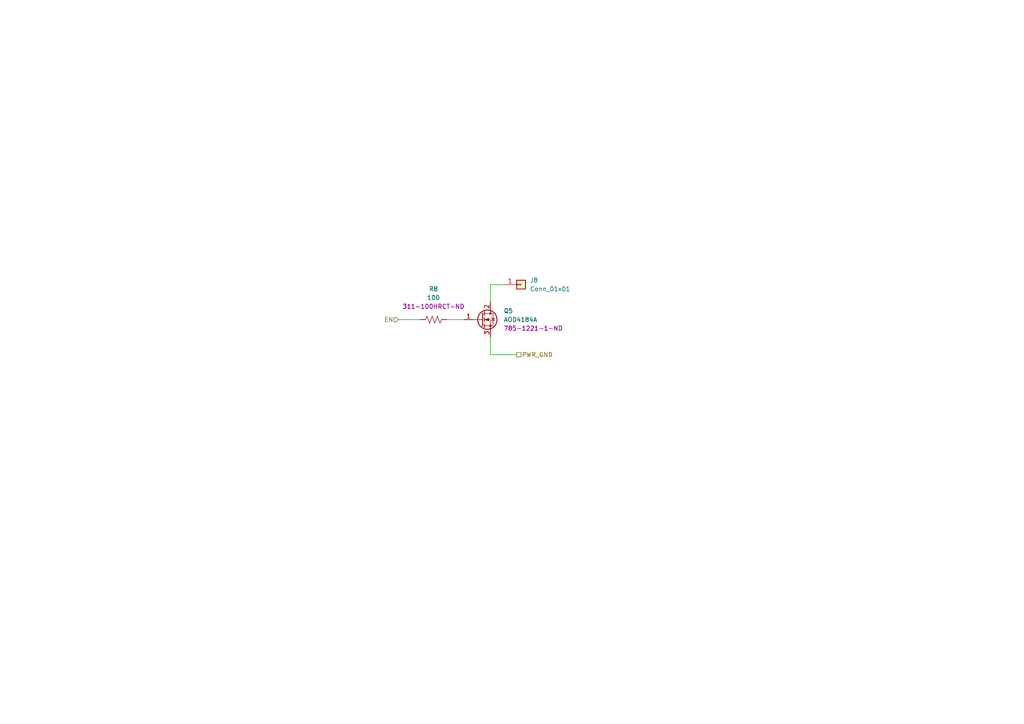
<source format=kicad_sch>
(kicad_sch (version 20211123) (generator eeschema)

  (uuid 0b41f2b7-69d3-44a8-b795-16eb23e9889a)

  (paper "A4")

  (lib_symbols
    (symbol "Connector_Generic:Conn_01x01" (pin_names (offset 1.016) hide) (in_bom yes) (on_board yes)
      (property "Reference" "J" (id 0) (at 0 2.54 0)
        (effects (font (size 1.27 1.27)))
      )
      (property "Value" "Conn_01x01" (id 1) (at 0 -2.54 0)
        (effects (font (size 1.27 1.27)))
      )
      (property "Footprint" "" (id 2) (at 0 0 0)
        (effects (font (size 1.27 1.27)) hide)
      )
      (property "Datasheet" "~" (id 3) (at 0 0 0)
        (effects (font (size 1.27 1.27)) hide)
      )
      (property "ki_keywords" "connector" (id 4) (at 0 0 0)
        (effects (font (size 1.27 1.27)) hide)
      )
      (property "ki_description" "Generic connector, single row, 01x01, script generated (kicad-library-utils/schlib/autogen/connector/)" (id 5) (at 0 0 0)
        (effects (font (size 1.27 1.27)) hide)
      )
      (property "ki_fp_filters" "Connector*:*_1x??_*" (id 6) (at 0 0 0)
        (effects (font (size 1.27 1.27)) hide)
      )
      (symbol "Conn_01x01_1_1"
        (rectangle (start -1.27 0.127) (end 0 -0.127)
          (stroke (width 0.1524) (type default) (color 0 0 0 0))
          (fill (type none))
        )
        (rectangle (start -1.27 1.27) (end 1.27 -1.27)
          (stroke (width 0.254) (type default) (color 0 0 0 0))
          (fill (type background))
        )
        (pin passive line (at -5.08 0 0) (length 3.81)
          (name "Pin_1" (effects (font (size 1.27 1.27))))
          (number "1" (effects (font (size 1.27 1.27))))
        )
      )
    )
    (symbol "Device:Q_NMOS_GDS" (pin_names (offset 0) hide) (in_bom yes) (on_board yes)
      (property "Reference" "Q" (id 0) (at 5.08 1.27 0)
        (effects (font (size 1.27 1.27)) (justify left))
      )
      (property "Value" "Q_NMOS_GDS" (id 1) (at 5.08 -1.27 0)
        (effects (font (size 1.27 1.27)) (justify left))
      )
      (property "Footprint" "" (id 2) (at 5.08 2.54 0)
        (effects (font (size 1.27 1.27)) hide)
      )
      (property "Datasheet" "~" (id 3) (at 0 0 0)
        (effects (font (size 1.27 1.27)) hide)
      )
      (property "ki_keywords" "transistor NMOS N-MOS N-MOSFET" (id 4) (at 0 0 0)
        (effects (font (size 1.27 1.27)) hide)
      )
      (property "ki_description" "N-MOSFET transistor, gate/drain/source" (id 5) (at 0 0 0)
        (effects (font (size 1.27 1.27)) hide)
      )
      (symbol "Q_NMOS_GDS_0_1"
        (polyline
          (pts
            (xy 0.254 0)
            (xy -2.54 0)
          )
          (stroke (width 0) (type default) (color 0 0 0 0))
          (fill (type none))
        )
        (polyline
          (pts
            (xy 0.254 1.905)
            (xy 0.254 -1.905)
          )
          (stroke (width 0.254) (type default) (color 0 0 0 0))
          (fill (type none))
        )
        (polyline
          (pts
            (xy 0.762 -1.27)
            (xy 0.762 -2.286)
          )
          (stroke (width 0.254) (type default) (color 0 0 0 0))
          (fill (type none))
        )
        (polyline
          (pts
            (xy 0.762 0.508)
            (xy 0.762 -0.508)
          )
          (stroke (width 0.254) (type default) (color 0 0 0 0))
          (fill (type none))
        )
        (polyline
          (pts
            (xy 0.762 2.286)
            (xy 0.762 1.27)
          )
          (stroke (width 0.254) (type default) (color 0 0 0 0))
          (fill (type none))
        )
        (polyline
          (pts
            (xy 2.54 2.54)
            (xy 2.54 1.778)
          )
          (stroke (width 0) (type default) (color 0 0 0 0))
          (fill (type none))
        )
        (polyline
          (pts
            (xy 2.54 -2.54)
            (xy 2.54 0)
            (xy 0.762 0)
          )
          (stroke (width 0) (type default) (color 0 0 0 0))
          (fill (type none))
        )
        (polyline
          (pts
            (xy 0.762 -1.778)
            (xy 3.302 -1.778)
            (xy 3.302 1.778)
            (xy 0.762 1.778)
          )
          (stroke (width 0) (type default) (color 0 0 0 0))
          (fill (type none))
        )
        (polyline
          (pts
            (xy 1.016 0)
            (xy 2.032 0.381)
            (xy 2.032 -0.381)
            (xy 1.016 0)
          )
          (stroke (width 0) (type default) (color 0 0 0 0))
          (fill (type outline))
        )
        (polyline
          (pts
            (xy 2.794 0.508)
            (xy 2.921 0.381)
            (xy 3.683 0.381)
            (xy 3.81 0.254)
          )
          (stroke (width 0) (type default) (color 0 0 0 0))
          (fill (type none))
        )
        (polyline
          (pts
            (xy 3.302 0.381)
            (xy 2.921 -0.254)
            (xy 3.683 -0.254)
            (xy 3.302 0.381)
          )
          (stroke (width 0) (type default) (color 0 0 0 0))
          (fill (type none))
        )
        (circle (center 1.651 0) (radius 2.794)
          (stroke (width 0.254) (type default) (color 0 0 0 0))
          (fill (type none))
        )
        (circle (center 2.54 -1.778) (radius 0.254)
          (stroke (width 0) (type default) (color 0 0 0 0))
          (fill (type outline))
        )
        (circle (center 2.54 1.778) (radius 0.254)
          (stroke (width 0) (type default) (color 0 0 0 0))
          (fill (type outline))
        )
      )
      (symbol "Q_NMOS_GDS_1_1"
        (pin input line (at -5.08 0 0) (length 2.54)
          (name "G" (effects (font (size 1.27 1.27))))
          (number "1" (effects (font (size 1.27 1.27))))
        )
        (pin passive line (at 2.54 5.08 270) (length 2.54)
          (name "D" (effects (font (size 1.27 1.27))))
          (number "2" (effects (font (size 1.27 1.27))))
        )
        (pin passive line (at 2.54 -5.08 90) (length 2.54)
          (name "S" (effects (font (size 1.27 1.27))))
          (number "3" (effects (font (size 1.27 1.27))))
        )
      )
    )
    (symbol "Device:R_US" (pin_numbers hide) (pin_names (offset 0)) (in_bom yes) (on_board yes)
      (property "Reference" "R" (id 0) (at 2.54 0 90)
        (effects (font (size 1.27 1.27)))
      )
      (property "Value" "R_US" (id 1) (at -2.54 0 90)
        (effects (font (size 1.27 1.27)))
      )
      (property "Footprint" "" (id 2) (at 1.016 -0.254 90)
        (effects (font (size 1.27 1.27)) hide)
      )
      (property "Datasheet" "~" (id 3) (at 0 0 0)
        (effects (font (size 1.27 1.27)) hide)
      )
      (property "ki_keywords" "R res resistor" (id 4) (at 0 0 0)
        (effects (font (size 1.27 1.27)) hide)
      )
      (property "ki_description" "Resistor, US symbol" (id 5) (at 0 0 0)
        (effects (font (size 1.27 1.27)) hide)
      )
      (property "ki_fp_filters" "R_*" (id 6) (at 0 0 0)
        (effects (font (size 1.27 1.27)) hide)
      )
      (symbol "R_US_0_1"
        (polyline
          (pts
            (xy 0 -2.286)
            (xy 0 -2.54)
          )
          (stroke (width 0) (type default) (color 0 0 0 0))
          (fill (type none))
        )
        (polyline
          (pts
            (xy 0 2.286)
            (xy 0 2.54)
          )
          (stroke (width 0) (type default) (color 0 0 0 0))
          (fill (type none))
        )
        (polyline
          (pts
            (xy 0 -0.762)
            (xy 1.016 -1.143)
            (xy 0 -1.524)
            (xy -1.016 -1.905)
            (xy 0 -2.286)
          )
          (stroke (width 0) (type default) (color 0 0 0 0))
          (fill (type none))
        )
        (polyline
          (pts
            (xy 0 0.762)
            (xy 1.016 0.381)
            (xy 0 0)
            (xy -1.016 -0.381)
            (xy 0 -0.762)
          )
          (stroke (width 0) (type default) (color 0 0 0 0))
          (fill (type none))
        )
        (polyline
          (pts
            (xy 0 2.286)
            (xy 1.016 1.905)
            (xy 0 1.524)
            (xy -1.016 1.143)
            (xy 0 0.762)
          )
          (stroke (width 0) (type default) (color 0 0 0 0))
          (fill (type none))
        )
      )
      (symbol "R_US_1_1"
        (pin passive line (at 0 3.81 270) (length 1.27)
          (name "~" (effects (font (size 1.27 1.27))))
          (number "1" (effects (font (size 1.27 1.27))))
        )
        (pin passive line (at 0 -3.81 90) (length 1.27)
          (name "~" (effects (font (size 1.27 1.27))))
          (number "2" (effects (font (size 1.27 1.27))))
        )
      )
    )
  )


  (wire (pts (xy 115.57 92.71) (xy 121.92 92.71))
    (stroke (width 0) (type default) (color 0 0 0 0))
    (uuid 1e5f1a32-efe0-4487-b752-a60186bf5f97)
  )
  (wire (pts (xy 142.24 97.79) (xy 142.24 102.87))
    (stroke (width 0) (type default) (color 0 0 0 0))
    (uuid 2fc89b38-0456-4cdf-9ff6-c9506055502e)
  )
  (wire (pts (xy 146.05 82.55) (xy 142.24 82.55))
    (stroke (width 0) (type default) (color 0 0 0 0))
    (uuid 604e29ef-9289-419a-b29e-1bfb0341bed5)
  )
  (wire (pts (xy 142.24 102.87) (xy 149.86 102.87))
    (stroke (width 0) (type default) (color 0 0 0 0))
    (uuid 8be994b5-14e4-47f8-9d9b-81a20541174e)
  )
  (wire (pts (xy 142.24 82.55) (xy 142.24 87.63))
    (stroke (width 0) (type default) (color 0 0 0 0))
    (uuid 90c7f8e4-4fdd-4de4-ad99-f6acb571c4f6)
  )
  (wire (pts (xy 129.54 92.71) (xy 134.62 92.71))
    (stroke (width 0) (type default) (color 0 0 0 0))
    (uuid ae4caafa-5381-4269-a2df-558564347967)
  )

  (hierarchical_label "EN" (shape input) (at 115.57 92.71 180)
    (effects (font (size 1.27 1.27)) (justify right))
    (uuid 1bd767f3-49c1-4d36-b36a-91b252ef1560)
  )
  (hierarchical_label "PWR_GND" (shape passive) (at 149.86 102.87 0)
    (effects (font (size 1.27 1.27)) (justify left))
    (uuid c6d531b4-7257-4b0a-8da2-6751d4b93da4)
  )

  (symbol (lib_id "Connector_Generic:Conn_01x01") (at 151.13 82.55 0) (unit 1)
    (in_bom yes) (on_board yes) (fields_autoplaced)
    (uuid 15a717a4-9a9f-415c-a401-cd7ef932d8a0)
    (property "Reference" "J8" (id 0) (at 153.67 81.2799 0)
      (effects (font (size 1.27 1.27)) (justify left))
    )
    (property "Value" "Conn_01x01" (id 1) (at 153.67 83.8199 0)
      (effects (font (size 1.27 1.27)) (justify left))
    )
    (property "Footprint" "Connector_Wire:SolderWire-1sqmm_1x01_D1.4mm_OD3.9mm" (id 2) (at 151.13 82.55 0)
      (effects (font (size 1.27 1.27)) hide)
    )
    (property "Datasheet" "~" (id 3) (at 151.13 82.55 0)
      (effects (font (size 1.27 1.27)) hide)
    )
    (pin "1" (uuid c490e3e5-7fe5-4661-811e-ee7467842664))
  )

  (symbol (lib_id "Device:R_US") (at 125.73 92.71 90) (unit 1)
    (in_bom yes) (on_board yes) (fields_autoplaced)
    (uuid 5ccd19f0-950f-4a71-bbba-83a170ead303)
    (property "Reference" "R8" (id 0) (at 125.73 83.82 90))
    (property "Value" "100" (id 1) (at 125.73 86.36 90))
    (property "Footprint" "Resistor_SMD:R_0603_1608Metric_Pad0.98x0.95mm_HandSolder" (id 2) (at 125.984 91.694 90)
      (effects (font (size 1.27 1.27)) hide)
    )
    (property "Datasheet" "~" (id 3) (at 125.73 92.71 0)
      (effects (font (size 1.27 1.27)) hide)
    )
    (property "DigiKey" "311-100HRCT-ND" (id 4) (at 125.73 88.9 90))
    (pin "1" (uuid 897f2ffb-a431-4c8a-b641-6569b4e2bdc5))
    (pin "2" (uuid a8e854e5-97dd-4d7e-92fb-8c44ce1d0ceb))
  )

  (symbol (lib_id "Device:Q_NMOS_GDS") (at 139.7 92.71 0) (unit 1)
    (in_bom yes) (on_board yes) (fields_autoplaced)
    (uuid 9504c922-d7a8-465c-aad8-905148ab881f)
    (property "Reference" "Q5" (id 0) (at 146.05 90.1699 0)
      (effects (font (size 1.27 1.27)) (justify left))
    )
    (property "Value" "AOD4184A" (id 1) (at 146.05 92.7099 0)
      (effects (font (size 1.27 1.27)) (justify left))
    )
    (property "Footprint" "Package_TO_SOT_SMD:TO-252-2" (id 2) (at 144.78 90.17 0)
      (effects (font (size 1.27 1.27)) hide)
    )
    (property "Datasheet" "~" (id 3) (at 139.7 92.71 0)
      (effects (font (size 1.27 1.27)) hide)
    )
    (property "DigiKey" "785-1221-1-ND" (id 4) (at 146.05 95.2499 0)
      (effects (font (size 1.27 1.27)) (justify left))
    )
    (pin "1" (uuid 285237de-7105-412b-8510-a64a7a6cc4d3))
    (pin "2" (uuid 748d700c-9786-4516-b02a-acdfaa15d97f))
    (pin "3" (uuid c85bd22e-6ff9-43c7-8db0-433020b774a6))
  )
)

</source>
